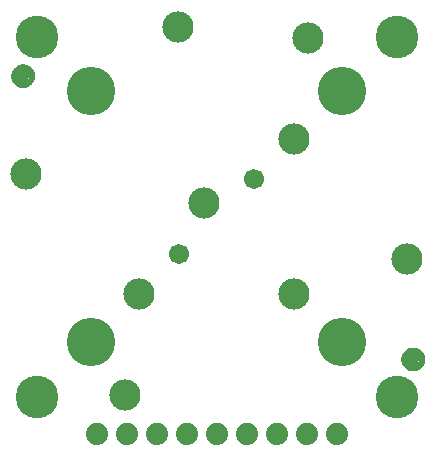
<source format=gbr>
G04 EAGLE Gerber RS-274X export*
G75*
%MOMM*%
%FSLAX34Y34*%
%LPD*%
%INSoldermask Top*%
%IPPOS*%
%AMOC8*
5,1,8,0,0,1.08239X$1,22.5*%
G01*
%ADD10C,3.617600*%
%ADD11C,1.101600*%
%ADD12C,0.469900*%
%ADD13C,2.641600*%
%ADD14C,1.701600*%
%ADD15C,4.101600*%
%ADD16C,1.879600*%


D10*
X152400Y-152400D03*
X-152400Y-152400D03*
D11*
X-163830Y118745D03*
D12*
X-163830Y111245D02*
X-163649Y111247D01*
X-163468Y111254D01*
X-163287Y111265D01*
X-163106Y111280D01*
X-162926Y111300D01*
X-162746Y111324D01*
X-162567Y111352D01*
X-162389Y111385D01*
X-162212Y111422D01*
X-162035Y111463D01*
X-161860Y111508D01*
X-161685Y111558D01*
X-161512Y111612D01*
X-161341Y111670D01*
X-161170Y111732D01*
X-161002Y111799D01*
X-160835Y111869D01*
X-160669Y111943D01*
X-160506Y112022D01*
X-160345Y112104D01*
X-160185Y112190D01*
X-160028Y112280D01*
X-159873Y112374D01*
X-159720Y112471D01*
X-159570Y112573D01*
X-159422Y112677D01*
X-159276Y112786D01*
X-159134Y112897D01*
X-158994Y113013D01*
X-158857Y113131D01*
X-158722Y113253D01*
X-158591Y113378D01*
X-158463Y113506D01*
X-158338Y113637D01*
X-158216Y113772D01*
X-158098Y113909D01*
X-157982Y114049D01*
X-157871Y114191D01*
X-157762Y114337D01*
X-157658Y114485D01*
X-157556Y114635D01*
X-157459Y114788D01*
X-157365Y114943D01*
X-157275Y115100D01*
X-157189Y115260D01*
X-157107Y115421D01*
X-157028Y115584D01*
X-156954Y115750D01*
X-156884Y115917D01*
X-156817Y116085D01*
X-156755Y116256D01*
X-156697Y116427D01*
X-156643Y116600D01*
X-156593Y116775D01*
X-156548Y116950D01*
X-156507Y117127D01*
X-156470Y117304D01*
X-156437Y117482D01*
X-156409Y117661D01*
X-156385Y117841D01*
X-156365Y118021D01*
X-156350Y118202D01*
X-156339Y118383D01*
X-156332Y118564D01*
X-156330Y118745D01*
X-163830Y111245D02*
X-164011Y111247D01*
X-164192Y111254D01*
X-164373Y111265D01*
X-164554Y111280D01*
X-164734Y111300D01*
X-164914Y111324D01*
X-165093Y111352D01*
X-165271Y111385D01*
X-165448Y111422D01*
X-165625Y111463D01*
X-165800Y111508D01*
X-165975Y111558D01*
X-166148Y111612D01*
X-166319Y111670D01*
X-166490Y111732D01*
X-166658Y111799D01*
X-166825Y111869D01*
X-166991Y111943D01*
X-167154Y112022D01*
X-167315Y112104D01*
X-167475Y112190D01*
X-167632Y112280D01*
X-167787Y112374D01*
X-167940Y112471D01*
X-168090Y112573D01*
X-168238Y112677D01*
X-168384Y112786D01*
X-168526Y112897D01*
X-168666Y113013D01*
X-168803Y113131D01*
X-168938Y113253D01*
X-169069Y113378D01*
X-169197Y113506D01*
X-169322Y113637D01*
X-169444Y113772D01*
X-169562Y113909D01*
X-169678Y114049D01*
X-169789Y114191D01*
X-169898Y114337D01*
X-170002Y114485D01*
X-170104Y114635D01*
X-170201Y114788D01*
X-170295Y114943D01*
X-170385Y115100D01*
X-170471Y115260D01*
X-170553Y115421D01*
X-170632Y115584D01*
X-170706Y115750D01*
X-170776Y115917D01*
X-170843Y116085D01*
X-170905Y116256D01*
X-170963Y116427D01*
X-171017Y116600D01*
X-171067Y116775D01*
X-171112Y116950D01*
X-171153Y117127D01*
X-171190Y117304D01*
X-171223Y117482D01*
X-171251Y117661D01*
X-171275Y117841D01*
X-171295Y118021D01*
X-171310Y118202D01*
X-171321Y118383D01*
X-171328Y118564D01*
X-171330Y118745D01*
X-171328Y118926D01*
X-171321Y119107D01*
X-171310Y119288D01*
X-171295Y119469D01*
X-171275Y119649D01*
X-171251Y119829D01*
X-171223Y120008D01*
X-171190Y120186D01*
X-171153Y120363D01*
X-171112Y120540D01*
X-171067Y120715D01*
X-171017Y120890D01*
X-170963Y121063D01*
X-170905Y121234D01*
X-170843Y121405D01*
X-170776Y121573D01*
X-170706Y121740D01*
X-170632Y121906D01*
X-170553Y122069D01*
X-170471Y122230D01*
X-170385Y122390D01*
X-170295Y122547D01*
X-170201Y122702D01*
X-170104Y122855D01*
X-170002Y123005D01*
X-169898Y123153D01*
X-169789Y123299D01*
X-169678Y123441D01*
X-169562Y123581D01*
X-169444Y123718D01*
X-169322Y123853D01*
X-169197Y123984D01*
X-169069Y124112D01*
X-168938Y124237D01*
X-168803Y124359D01*
X-168666Y124477D01*
X-168526Y124593D01*
X-168384Y124704D01*
X-168238Y124813D01*
X-168090Y124917D01*
X-167940Y125019D01*
X-167787Y125116D01*
X-167632Y125210D01*
X-167475Y125300D01*
X-167315Y125386D01*
X-167154Y125468D01*
X-166991Y125547D01*
X-166825Y125621D01*
X-166658Y125691D01*
X-166490Y125758D01*
X-166319Y125820D01*
X-166148Y125878D01*
X-165975Y125932D01*
X-165800Y125982D01*
X-165625Y126027D01*
X-165448Y126068D01*
X-165271Y126105D01*
X-165093Y126138D01*
X-164914Y126166D01*
X-164734Y126190D01*
X-164554Y126210D01*
X-164373Y126225D01*
X-164192Y126236D01*
X-164011Y126243D01*
X-163830Y126245D01*
X-163649Y126243D01*
X-163468Y126236D01*
X-163287Y126225D01*
X-163106Y126210D01*
X-162926Y126190D01*
X-162746Y126166D01*
X-162567Y126138D01*
X-162389Y126105D01*
X-162212Y126068D01*
X-162035Y126027D01*
X-161860Y125982D01*
X-161685Y125932D01*
X-161512Y125878D01*
X-161341Y125820D01*
X-161170Y125758D01*
X-161002Y125691D01*
X-160835Y125621D01*
X-160669Y125547D01*
X-160506Y125468D01*
X-160345Y125386D01*
X-160185Y125300D01*
X-160028Y125210D01*
X-159873Y125116D01*
X-159720Y125019D01*
X-159570Y124917D01*
X-159422Y124813D01*
X-159276Y124704D01*
X-159134Y124593D01*
X-158994Y124477D01*
X-158857Y124359D01*
X-158722Y124237D01*
X-158591Y124112D01*
X-158463Y123984D01*
X-158338Y123853D01*
X-158216Y123718D01*
X-158098Y123581D01*
X-157982Y123441D01*
X-157871Y123299D01*
X-157762Y123153D01*
X-157658Y123005D01*
X-157556Y122855D01*
X-157459Y122702D01*
X-157365Y122547D01*
X-157275Y122390D01*
X-157189Y122230D01*
X-157107Y122069D01*
X-157028Y121906D01*
X-156954Y121740D01*
X-156884Y121573D01*
X-156817Y121405D01*
X-156755Y121234D01*
X-156697Y121063D01*
X-156643Y120890D01*
X-156593Y120715D01*
X-156548Y120540D01*
X-156507Y120363D01*
X-156470Y120186D01*
X-156437Y120008D01*
X-156409Y119829D01*
X-156385Y119649D01*
X-156365Y119469D01*
X-156350Y119288D01*
X-156339Y119107D01*
X-156332Y118926D01*
X-156330Y118745D01*
D11*
X166370Y-121031D03*
D12*
X166370Y-128531D02*
X166551Y-128529D01*
X166732Y-128522D01*
X166913Y-128511D01*
X167094Y-128496D01*
X167274Y-128476D01*
X167454Y-128452D01*
X167633Y-128424D01*
X167811Y-128391D01*
X167988Y-128354D01*
X168165Y-128313D01*
X168340Y-128268D01*
X168515Y-128218D01*
X168688Y-128164D01*
X168859Y-128106D01*
X169030Y-128044D01*
X169198Y-127977D01*
X169365Y-127907D01*
X169531Y-127833D01*
X169694Y-127754D01*
X169855Y-127672D01*
X170015Y-127586D01*
X170172Y-127496D01*
X170327Y-127402D01*
X170480Y-127305D01*
X170630Y-127203D01*
X170778Y-127099D01*
X170924Y-126990D01*
X171066Y-126879D01*
X171206Y-126763D01*
X171343Y-126645D01*
X171478Y-126523D01*
X171609Y-126398D01*
X171737Y-126270D01*
X171862Y-126139D01*
X171984Y-126004D01*
X172102Y-125867D01*
X172218Y-125727D01*
X172329Y-125585D01*
X172438Y-125439D01*
X172542Y-125291D01*
X172644Y-125141D01*
X172741Y-124988D01*
X172835Y-124833D01*
X172925Y-124676D01*
X173011Y-124516D01*
X173093Y-124355D01*
X173172Y-124192D01*
X173246Y-124026D01*
X173316Y-123859D01*
X173383Y-123691D01*
X173445Y-123520D01*
X173503Y-123349D01*
X173557Y-123176D01*
X173607Y-123001D01*
X173652Y-122826D01*
X173693Y-122649D01*
X173730Y-122472D01*
X173763Y-122294D01*
X173791Y-122115D01*
X173815Y-121935D01*
X173835Y-121755D01*
X173850Y-121574D01*
X173861Y-121393D01*
X173868Y-121212D01*
X173870Y-121031D01*
X166370Y-128531D02*
X166189Y-128529D01*
X166008Y-128522D01*
X165827Y-128511D01*
X165646Y-128496D01*
X165466Y-128476D01*
X165286Y-128452D01*
X165107Y-128424D01*
X164929Y-128391D01*
X164752Y-128354D01*
X164575Y-128313D01*
X164400Y-128268D01*
X164225Y-128218D01*
X164052Y-128164D01*
X163881Y-128106D01*
X163710Y-128044D01*
X163542Y-127977D01*
X163375Y-127907D01*
X163209Y-127833D01*
X163046Y-127754D01*
X162885Y-127672D01*
X162725Y-127586D01*
X162568Y-127496D01*
X162413Y-127402D01*
X162260Y-127305D01*
X162110Y-127203D01*
X161962Y-127099D01*
X161816Y-126990D01*
X161674Y-126879D01*
X161534Y-126763D01*
X161397Y-126645D01*
X161262Y-126523D01*
X161131Y-126398D01*
X161003Y-126270D01*
X160878Y-126139D01*
X160756Y-126004D01*
X160638Y-125867D01*
X160522Y-125727D01*
X160411Y-125585D01*
X160302Y-125439D01*
X160198Y-125291D01*
X160096Y-125141D01*
X159999Y-124988D01*
X159905Y-124833D01*
X159815Y-124676D01*
X159729Y-124516D01*
X159647Y-124355D01*
X159568Y-124192D01*
X159494Y-124026D01*
X159424Y-123859D01*
X159357Y-123691D01*
X159295Y-123520D01*
X159237Y-123349D01*
X159183Y-123176D01*
X159133Y-123001D01*
X159088Y-122826D01*
X159047Y-122649D01*
X159010Y-122472D01*
X158977Y-122294D01*
X158949Y-122115D01*
X158925Y-121935D01*
X158905Y-121755D01*
X158890Y-121574D01*
X158879Y-121393D01*
X158872Y-121212D01*
X158870Y-121031D01*
X158872Y-120850D01*
X158879Y-120669D01*
X158890Y-120488D01*
X158905Y-120307D01*
X158925Y-120127D01*
X158949Y-119947D01*
X158977Y-119768D01*
X159010Y-119590D01*
X159047Y-119413D01*
X159088Y-119236D01*
X159133Y-119061D01*
X159183Y-118886D01*
X159237Y-118713D01*
X159295Y-118542D01*
X159357Y-118371D01*
X159424Y-118203D01*
X159494Y-118036D01*
X159568Y-117870D01*
X159647Y-117707D01*
X159729Y-117546D01*
X159815Y-117386D01*
X159905Y-117229D01*
X159999Y-117074D01*
X160096Y-116921D01*
X160198Y-116771D01*
X160302Y-116623D01*
X160411Y-116477D01*
X160522Y-116335D01*
X160638Y-116195D01*
X160756Y-116058D01*
X160878Y-115923D01*
X161003Y-115792D01*
X161131Y-115664D01*
X161262Y-115539D01*
X161397Y-115417D01*
X161534Y-115299D01*
X161674Y-115183D01*
X161816Y-115072D01*
X161962Y-114963D01*
X162110Y-114859D01*
X162260Y-114757D01*
X162413Y-114660D01*
X162568Y-114566D01*
X162725Y-114476D01*
X162885Y-114390D01*
X163046Y-114308D01*
X163209Y-114229D01*
X163375Y-114155D01*
X163542Y-114085D01*
X163710Y-114018D01*
X163881Y-113956D01*
X164052Y-113898D01*
X164225Y-113844D01*
X164400Y-113794D01*
X164575Y-113749D01*
X164752Y-113708D01*
X164929Y-113671D01*
X165107Y-113638D01*
X165286Y-113610D01*
X165466Y-113586D01*
X165646Y-113566D01*
X165827Y-113551D01*
X166008Y-113540D01*
X166189Y-113533D01*
X166370Y-113531D01*
X166551Y-113533D01*
X166732Y-113540D01*
X166913Y-113551D01*
X167094Y-113566D01*
X167274Y-113586D01*
X167454Y-113610D01*
X167633Y-113638D01*
X167811Y-113671D01*
X167988Y-113708D01*
X168165Y-113749D01*
X168340Y-113794D01*
X168515Y-113844D01*
X168688Y-113898D01*
X168859Y-113956D01*
X169030Y-114018D01*
X169198Y-114085D01*
X169365Y-114155D01*
X169531Y-114229D01*
X169694Y-114308D01*
X169855Y-114390D01*
X170015Y-114476D01*
X170172Y-114566D01*
X170327Y-114660D01*
X170480Y-114757D01*
X170630Y-114859D01*
X170778Y-114963D01*
X170924Y-115072D01*
X171066Y-115183D01*
X171206Y-115299D01*
X171343Y-115417D01*
X171478Y-115539D01*
X171609Y-115664D01*
X171737Y-115792D01*
X171862Y-115923D01*
X171984Y-116058D01*
X172102Y-116195D01*
X172218Y-116335D01*
X172329Y-116477D01*
X172438Y-116623D01*
X172542Y-116771D01*
X172644Y-116921D01*
X172741Y-117074D01*
X172835Y-117229D01*
X172925Y-117386D01*
X173011Y-117546D01*
X173093Y-117707D01*
X173172Y-117870D01*
X173246Y-118036D01*
X173316Y-118203D01*
X173383Y-118371D01*
X173445Y-118542D01*
X173503Y-118713D01*
X173557Y-118886D01*
X173607Y-119061D01*
X173652Y-119236D01*
X173693Y-119413D01*
X173730Y-119590D01*
X173763Y-119768D01*
X173791Y-119947D01*
X173815Y-120127D01*
X173835Y-120307D01*
X173850Y-120488D01*
X173861Y-120669D01*
X173868Y-120850D01*
X173870Y-121031D01*
D10*
X152400Y152400D03*
X-152400Y152400D03*
D13*
X-11102Y11102D03*
D14*
X-31820Y-31820D03*
X31820Y31820D03*
D13*
X-65478Y-65478D03*
X65478Y65478D03*
D15*
X-106066Y-106066D03*
X106066Y106066D03*
X-106066Y106066D03*
X106066Y-106066D03*
D13*
X65478Y-65478D03*
X161503Y-36062D03*
X-77499Y-151038D03*
X77499Y151038D03*
X-32527Y160796D03*
X-161503Y36062D03*
D16*
X101600Y-184150D03*
X76200Y-184150D03*
X50800Y-184150D03*
X25400Y-184150D03*
X0Y-184150D03*
X-25400Y-184150D03*
X-50800Y-184150D03*
X-76200Y-184150D03*
X-101600Y-184150D03*
M02*

</source>
